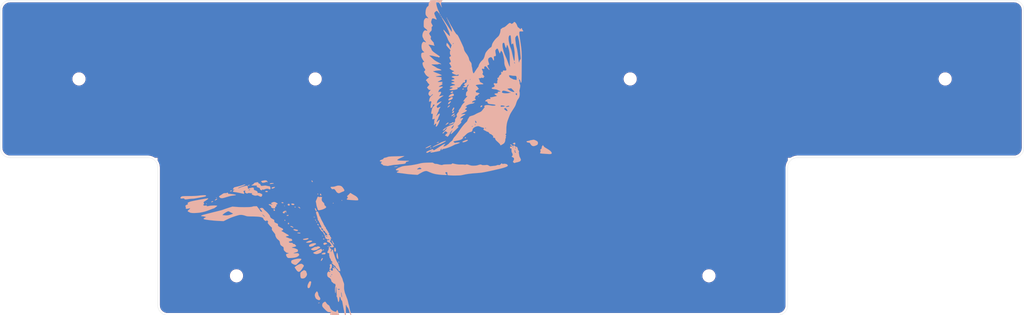
<source format=kicad_pcb>
(kicad_pcb (version 20210228) (generator pcbnew)
  (layers (0 "F.Cu" signal) (31 "B.Cu" signal) (34 "B.Paste" user) (35 "F.Paste" user) (36 "B.SilkS" user "B.Silkscreen") (37 "F.SilkS" user "F.Silkscreen") (38 "B.Mask" user) (39 "F.Mask" user) (44 "Edge.Cuts" user))
  (net 0 "")
  (footprint "MountingHole:MountingHole_2.2mm_M2" (layer "F.Cu") (at 46.83125 79.375)
    (fp_text reference "REF**" hide)
    (fp_text value "MountingHole_2.2mm_M2")
    (pad "1" np_thru_hole circle (at 0 0) (size 2.2 2.2) (drill 2.2) (layers *.Cu *.Mask))
  )
  (footprint "MountingHole:MountingHole_2.2mm_M2" (layer "F.Cu") (at 103.98125 79.375)
    (fp_text reference "REF**" hide)
    (fp_text value "MountingHole_2.2mm_M2")
    (pad "1" np_thru_hole circle (at 0 0) (size 2.2 2.2) (drill 2.2) (layers *.Cu *.Mask))
  )
  (footprint "MountingHole:MountingHole_2.2mm_M2" (layer "F.Cu") (at 84.93125 127)
    (fp_text reference "REF**" hide)
    (fp_text value "MountingHole_2.2mm_M2")
    (pad "1" np_thru_hole circle (at 0 0) (size 2.2 2.2) (drill 2.2) (layers *.Cu *.Mask))
  )
  (footprint "MountingHole:MountingHole_2.2mm_M2" (layer "F.Cu") (at 199.23125 127)
    (fp_text reference "REF**" hide)
    (fp_text value "MountingHole_2.2mm_M2")
    (pad "1" np_thru_hole circle (at 0 0) (size 2.2 2.2) (drill 2.2) (layers *.Cu *.Mask))
  )
  (footprint "MountingHole:MountingHole_2.2mm_M2" (layer "F.Cu") (at 180.18125 79.375)
    (fp_text reference "REF**" hide)
    (fp_text value "MountingHole_2.2mm_M2")
    (pad "1" np_thru_hole circle (at 0 0) (size 2.2 2.2) (drill 2.2) (layers *.Cu *.Mask))
  )
  (footprint "MountingHole:MountingHole_2.2mm_M2" (layer "F.Cu") (at 256.38125 79.375)
    (fp_text reference "REF**" hide)
    (fp_text value "MountingHole_2.2mm_M2")
    (pad "1" np_thru_hole circle (at 0 0) (size 2.2 2.2) (drill 2.2) (layers *.Cu *.Mask))
  )
  (footprint "library:full-graphic" (layer "F.Cu") (at 149.86 85.217)
    (fp_text reference "Ref**" hide)
    (fp_text value "Val**" hide)
  )
  (gr_line (start 27.78125 62.70625) (end 27.78125 96.04375) (layer "Edge.Cuts") (width 0.05))
  (gr_line (start 275.43125 96.04375) (end 275.43125 62.70625) (layer "Edge.Cuts") (width 0.05))
  (gr_line (start 273.05 60.325) (end 30.1625 60.325) (layer "Edge.Cuts") (width 0.05))
  (gr_line (start 30.1625 98.425) (end 63.5 98.425) (layer "Edge.Cuts") (width 0.05))
  (gr_line (start 65.88125 100.80625) (end 65.88125 134.14375) (layer "Edge.Cuts") (width 0.05))
  (gr_line (start 68.2625 136.525) (end 215.9 136.525) (layer "Edge.Cuts") (width 0.05))
  (gr_line (start 218.28125 134.14375) (end 218.28125 100.80625) (layer "Edge.Cuts") (width 0.05))
  (gr_line (start 220.6625 98.425) (end 273.05 98.425) (layer "Edge.Cuts") (width 0.05))
  (gr_arc (start 30.1625 96.04375) (end 27.78125 96.04375) (angle -90) (layer "Edge.Cuts") (width 0.05))
  (gr_arc (start 273.05 62.70625) (end 275.43125 62.70625) (angle -90) (layer "Edge.Cuts") (width 0.05))
  (gr_arc (start 215.9 134.14375) (end 215.9 136.525) (angle -90) (layer "Edge.Cuts") (width 0.05))
  (gr_arc (start 68.2625 134.14375) (end 65.88125 134.14375) (angle -90) (layer "Edge.Cuts") (width 0.05))
  (gr_arc (start 273.05 96.04375) (end 273.05 98.425) (angle -90) (layer "Edge.Cuts") (width 0.05))
  (gr_arc (start 63.5 100.80625) (end 65.88125 100.80625) (angle -90) (layer "Edge.Cuts") (width 0.05))
  (gr_arc (start 220.6625 100.80625) (end 220.6625 98.425) (angle -90) (layer "Edge.Cuts") (width 0.05))
  (gr_arc (start 30.1625 62.70625) (end 30.1625 60.325) (angle -90) (layer "Edge.Cuts") (width 0.05))
  (zone (net 0) (net_name "") (layer "F.Cu") (connect_pads (clearance 0.508)) (min_thickness 0.254) (fill yes (thermal_gap 0.508) (thermal_bridge_width 0.508))
    (polygon (pts (xy 275.43125 98.425) (xy 218.28125 98.425) (xy 218.28125 136.525) (xy 65.88125 136.525) (xy 65.88125 98.425) (xy 27.78125 98.425) (xy 27.78125 60.325) (xy 275.43125 60.325)))
  )
  (zone (net 0) (net_name "") (layer "B.Cu") (connect_pads (clearance 0.508)) (min_thickness 0.254) (fill yes (thermal_gap 0.508) (thermal_bridge_width 0.508))
    (polygon (pts (xy 275.43125 98.425) (xy 218.28125 98.425) (xy 218.28125 136.525) (xy 65.88125 136.525) (xy 65.88125 98.425) (xy 27.78125 98.425) (xy 27.78125 60.325) (xy 275.43125 60.325)))
  )
)
</source>
